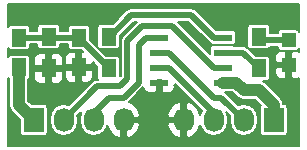
<source format=gtl>
G04 #@! TF.FileFunction,Copper,L1,Top,Signal*
%FSLAX46Y46*%
G04 Gerber Fmt 4.6, Leading zero omitted, Abs format (unit mm)*
G04 Created by KiCad (PCBNEW 4.0.0-1rc2.201511201506+6189~38~ubuntu14.04.1-stable) date zo 29 nov 2015 16:22:11 CET*
%MOMM*%
G01*
G04 APERTURE LIST*
%ADD10C,0.100000*%
%ADD11R,1.550000X0.600000*%
%ADD12R,1.727200X2.032000*%
%ADD13O,1.727200X2.032000*%
%ADD14R,1.250000X1.500000*%
%ADD15R,1.300000X1.500000*%
%ADD16R,1.198880X1.198880*%
%ADD17C,1.016000*%
%ADD18C,0.508000*%
%ADD19C,0.127000*%
G04 APERTURE END LIST*
D10*
D11*
X252255000Y-131445000D03*
X252255000Y-130175000D03*
X252255000Y-128905000D03*
X252255000Y-127635000D03*
X246855000Y-127635000D03*
X246855000Y-128905000D03*
X246855000Y-130175000D03*
X246855000Y-131445000D03*
D12*
X256540000Y-134620000D03*
D13*
X254000000Y-134620000D03*
X251460000Y-134620000D03*
X248920000Y-134620000D03*
D12*
X236220000Y-134620000D03*
D13*
X238760000Y-134620000D03*
X241300000Y-134620000D03*
X243840000Y-134620000D03*
D14*
X240030000Y-130155000D03*
X240030000Y-127655000D03*
X234950000Y-130155000D03*
X234950000Y-127655000D03*
D15*
X242570000Y-130255000D03*
X242570000Y-127555000D03*
X237490000Y-130255000D03*
X237490000Y-127555000D03*
X255270000Y-127555000D03*
X255270000Y-130255000D03*
D16*
X257810000Y-129954020D03*
X257810000Y-127855980D03*
D17*
X236220000Y-134620000D02*
X234950000Y-133350000D01*
X234950000Y-133350000D02*
X234950000Y-130155000D01*
X256540000Y-134620000D02*
X256540000Y-133350000D01*
X253365000Y-131445000D02*
X252255000Y-131445000D01*
X254000000Y-132080000D02*
X253365000Y-131445000D01*
X255270000Y-132080000D02*
X254000000Y-132080000D01*
X256540000Y-133350000D02*
X255270000Y-132080000D01*
D18*
X246855000Y-128905000D02*
X247650000Y-128905000D01*
X252095000Y-132715000D02*
X254000000Y-134620000D01*
X251460000Y-132715000D02*
X252095000Y-132715000D01*
X249555000Y-130810000D02*
X251460000Y-132715000D01*
X248285000Y-129540000D02*
X249555000Y-130810000D01*
X247650000Y-128905000D02*
X248285000Y-129540000D01*
X254000000Y-135255000D02*
X254000000Y-134620000D01*
X246855000Y-130175000D02*
X247650000Y-130175000D01*
X247650000Y-130175000D02*
X251460000Y-133985000D01*
X251460000Y-133985000D02*
X251460000Y-134620000D01*
X251460000Y-130175000D02*
X252255000Y-130175000D01*
X241617500Y-131762500D02*
X238760000Y-134620000D01*
X244157500Y-131127500D02*
X243522500Y-131762500D01*
X244157500Y-127952500D02*
X244157500Y-131127500D01*
X245427500Y-126682500D02*
X244157500Y-127952500D01*
X247967500Y-126682500D02*
X245427500Y-126682500D01*
X251460000Y-130175000D02*
X247967500Y-126682500D01*
X243522500Y-131762500D02*
X241617500Y-131762500D01*
X241300000Y-134620000D02*
X241300000Y-133985000D01*
X241300000Y-133985000D02*
X242570000Y-132715000D01*
X242570000Y-132715000D02*
X243840000Y-132715000D01*
X243840000Y-132715000D02*
X245110000Y-131445000D01*
X246855000Y-127635000D02*
X245745000Y-127635000D01*
X245110000Y-128270000D02*
X245110000Y-131445000D01*
X245745000Y-127635000D02*
X245110000Y-128270000D01*
X242570000Y-127555000D02*
X242650000Y-127555000D01*
X242650000Y-127555000D02*
X244475000Y-125730000D01*
X244475000Y-125730000D02*
X249555000Y-125730000D01*
X249555000Y-125730000D02*
X251460000Y-127635000D01*
X251460000Y-127635000D02*
X252255000Y-127635000D01*
X252255000Y-128905000D02*
X253920000Y-128905000D01*
X253920000Y-128905000D02*
X255270000Y-130255000D01*
X237490000Y-127555000D02*
X237590000Y-127655000D01*
X237590000Y-127655000D02*
X240030000Y-127655000D01*
X234950000Y-127655000D02*
X237390000Y-127655000D01*
X242570000Y-130255000D02*
X240030000Y-127715000D01*
X257810000Y-127855980D02*
X255570980Y-127855980D01*
X255570980Y-127855980D02*
X255270000Y-127555000D01*
X257810000Y-127855980D02*
X257509020Y-127555000D01*
D19*
G36*
X258712500Y-127146742D02*
X258711021Y-127138882D01*
X258641485Y-127030819D01*
X258535385Y-126958325D01*
X258409440Y-126932820D01*
X257210560Y-126932820D01*
X257092902Y-126954959D01*
X256984839Y-127024495D01*
X256912345Y-127130595D01*
X256886840Y-127256540D01*
X256886840Y-127284480D01*
X256243720Y-127284480D01*
X256243720Y-126805000D01*
X256221581Y-126687342D01*
X256152045Y-126579279D01*
X256045945Y-126506785D01*
X255920000Y-126481280D01*
X254620000Y-126481280D01*
X254502342Y-126503419D01*
X254394279Y-126572955D01*
X254321785Y-126679055D01*
X254296280Y-126805000D01*
X254296280Y-128305000D01*
X254318419Y-128422658D01*
X254387955Y-128530721D01*
X254494055Y-128603215D01*
X254620000Y-128628720D01*
X255920000Y-128628720D01*
X256037658Y-128606581D01*
X256145721Y-128537045D01*
X256218215Y-128430945D01*
X256218917Y-128427480D01*
X256886840Y-128427480D01*
X256886840Y-128455420D01*
X256908979Y-128573078D01*
X256978515Y-128681141D01*
X257084615Y-128753635D01*
X257210560Y-128779140D01*
X258409440Y-128779140D01*
X258527098Y-128757001D01*
X258635161Y-128687465D01*
X258707655Y-128581365D01*
X258712500Y-128557440D01*
X258712500Y-128861525D01*
X258523119Y-128783080D01*
X258143375Y-128783080D01*
X258000500Y-128925955D01*
X258000500Y-129763520D01*
X258020500Y-129763520D01*
X258020500Y-130144520D01*
X258000500Y-130144520D01*
X258000500Y-130982085D01*
X258143375Y-131124960D01*
X258523119Y-131124960D01*
X258712500Y-131046515D01*
X258712500Y-136792500D01*
X234047500Y-136792500D01*
X234047500Y-131060081D01*
X234092955Y-131130721D01*
X234124500Y-131152274D01*
X234124500Y-133350000D01*
X234187337Y-133665906D01*
X234366283Y-133933717D01*
X235032680Y-134600113D01*
X235032680Y-135636000D01*
X235054819Y-135753658D01*
X235124355Y-135861721D01*
X235230455Y-135934215D01*
X235356400Y-135959720D01*
X237083600Y-135959720D01*
X237201258Y-135937581D01*
X237309321Y-135868045D01*
X237381815Y-135761945D01*
X237407320Y-135636000D01*
X237407320Y-133604000D01*
X237385181Y-133486342D01*
X237315645Y-133378279D01*
X237209545Y-133305785D01*
X237083600Y-133280280D01*
X236047714Y-133280280D01*
X235775500Y-133008066D01*
X235775500Y-131153274D01*
X235800721Y-131137045D01*
X235873215Y-131030945D01*
X235898720Y-130905000D01*
X235898720Y-130588375D01*
X236268500Y-130588375D01*
X236268500Y-131118678D01*
X236355506Y-131328728D01*
X236516271Y-131489494D01*
X236726321Y-131576500D01*
X237156625Y-131576500D01*
X237299500Y-131433625D01*
X237299500Y-130445500D01*
X237680500Y-130445500D01*
X237680500Y-131433625D01*
X237823375Y-131576500D01*
X238253679Y-131576500D01*
X238463729Y-131489494D01*
X238624494Y-131328728D01*
X238711500Y-131118678D01*
X238711500Y-130588375D01*
X238611500Y-130488375D01*
X238833500Y-130488375D01*
X238833500Y-131018678D01*
X238920506Y-131228728D01*
X239081271Y-131389494D01*
X239291321Y-131476500D01*
X239696625Y-131476500D01*
X239839500Y-131333625D01*
X239839500Y-130345500D01*
X240220500Y-130345500D01*
X240220500Y-131333625D01*
X240363375Y-131476500D01*
X240768679Y-131476500D01*
X240978729Y-131389494D01*
X241139494Y-131228728D01*
X241226500Y-131018678D01*
X241226500Y-130488375D01*
X241083625Y-130345500D01*
X240220500Y-130345500D01*
X239839500Y-130345500D01*
X238976375Y-130345500D01*
X238833500Y-130488375D01*
X238611500Y-130488375D01*
X238568625Y-130445500D01*
X237680500Y-130445500D01*
X237299500Y-130445500D01*
X236411375Y-130445500D01*
X236268500Y-130588375D01*
X235898720Y-130588375D01*
X235898720Y-129405000D01*
X235896147Y-129391322D01*
X236268500Y-129391322D01*
X236268500Y-129921625D01*
X236411375Y-130064500D01*
X237299500Y-130064500D01*
X237299500Y-129076375D01*
X237680500Y-129076375D01*
X237680500Y-130064500D01*
X238568625Y-130064500D01*
X238711500Y-129921625D01*
X238711500Y-129391322D01*
X238670079Y-129291322D01*
X238833500Y-129291322D01*
X238833500Y-129821625D01*
X238976375Y-129964500D01*
X239839500Y-129964500D01*
X239839500Y-128976375D01*
X239696625Y-128833500D01*
X239291321Y-128833500D01*
X239081271Y-128920506D01*
X238920506Y-129081272D01*
X238833500Y-129291322D01*
X238670079Y-129291322D01*
X238624494Y-129181272D01*
X238463729Y-129020506D01*
X238253679Y-128933500D01*
X237823375Y-128933500D01*
X237680500Y-129076375D01*
X237299500Y-129076375D01*
X237156625Y-128933500D01*
X236726321Y-128933500D01*
X236516271Y-129020506D01*
X236355506Y-129181272D01*
X236268500Y-129391322D01*
X235896147Y-129391322D01*
X235876581Y-129287342D01*
X235807045Y-129179279D01*
X235700945Y-129106785D01*
X235575000Y-129081280D01*
X234325000Y-129081280D01*
X234207342Y-129103419D01*
X234099279Y-129172955D01*
X234047500Y-129248737D01*
X234047500Y-128560081D01*
X234092955Y-128630721D01*
X234199055Y-128703215D01*
X234325000Y-128728720D01*
X235575000Y-128728720D01*
X235692658Y-128706581D01*
X235800721Y-128637045D01*
X235873215Y-128530945D01*
X235898720Y-128405000D01*
X235898720Y-128226500D01*
X236516280Y-128226500D01*
X236516280Y-128305000D01*
X236538419Y-128422658D01*
X236607955Y-128530721D01*
X236714055Y-128603215D01*
X236840000Y-128628720D01*
X238140000Y-128628720D01*
X238257658Y-128606581D01*
X238365721Y-128537045D01*
X238438215Y-128430945D01*
X238463720Y-128305000D01*
X238463720Y-128226500D01*
X239081280Y-128226500D01*
X239081280Y-128405000D01*
X239103419Y-128522658D01*
X239172955Y-128630721D01*
X239279055Y-128703215D01*
X239405000Y-128728720D01*
X240235496Y-128728720D01*
X240351826Y-128845049D01*
X240220500Y-128976375D01*
X240220500Y-129964500D01*
X241083625Y-129964500D01*
X241226500Y-129821625D01*
X241226500Y-129719723D01*
X241596280Y-130089503D01*
X241596280Y-131005000D01*
X241618419Y-131122658D01*
X241662395Y-131191000D01*
X241617500Y-131191000D01*
X241398796Y-131234503D01*
X241213388Y-131358388D01*
X241213386Y-131358391D01*
X239217687Y-133354089D01*
X239211987Y-133350281D01*
X238760000Y-133260375D01*
X238308013Y-133350281D01*
X237924836Y-133606311D01*
X237668806Y-133989488D01*
X237578900Y-134441475D01*
X237578900Y-134798525D01*
X237668806Y-135250512D01*
X237924836Y-135633689D01*
X238308013Y-135889719D01*
X238760000Y-135979625D01*
X239211987Y-135889719D01*
X239595164Y-135633689D01*
X239851194Y-135250512D01*
X239941100Y-134798525D01*
X239941100Y-134441475D01*
X239908855Y-134279369D01*
X240229084Y-133959139D01*
X240208806Y-133989488D01*
X240118900Y-134441475D01*
X240118900Y-134798525D01*
X240208806Y-135250512D01*
X240464836Y-135633689D01*
X240848013Y-135889719D01*
X241300000Y-135979625D01*
X241751987Y-135889719D01*
X242135164Y-135633689D01*
X242391194Y-135250512D01*
X242433167Y-135039498D01*
X242638438Y-135553403D01*
X243028778Y-135953771D01*
X243429333Y-136147487D01*
X243649500Y-136050506D01*
X243649500Y-134810500D01*
X244030500Y-134810500D01*
X244030500Y-136050506D01*
X244250667Y-136147487D01*
X244651222Y-135953771D01*
X245041562Y-135553403D01*
X245248975Y-135034135D01*
X247511025Y-135034135D01*
X247718438Y-135553403D01*
X248108778Y-135953771D01*
X248509333Y-136147487D01*
X248729500Y-136050506D01*
X248729500Y-134810500D01*
X247630303Y-134810500D01*
X247511025Y-135034135D01*
X245248975Y-135034135D01*
X245129697Y-134810500D01*
X244030500Y-134810500D01*
X243649500Y-134810500D01*
X243629500Y-134810500D01*
X243629500Y-134429500D01*
X243649500Y-134429500D01*
X243649500Y-134409500D01*
X244030500Y-134409500D01*
X244030500Y-134429500D01*
X245129697Y-134429500D01*
X245248975Y-134205865D01*
X247511025Y-134205865D01*
X247630303Y-134429500D01*
X248729500Y-134429500D01*
X248729500Y-133189494D01*
X248509333Y-133092513D01*
X248108778Y-133286229D01*
X247718438Y-133686597D01*
X247511025Y-134205865D01*
X245248975Y-134205865D01*
X245041562Y-133686597D01*
X244651222Y-133286229D01*
X244264177Y-133099047D01*
X245508500Y-131854723D01*
X245508500Y-131858679D01*
X245595506Y-132068729D01*
X245756272Y-132229494D01*
X245966322Y-132316500D01*
X246521625Y-132316500D01*
X246664500Y-132173625D01*
X246664500Y-131595000D01*
X246644500Y-131595000D01*
X246644500Y-131295000D01*
X246664500Y-131295000D01*
X246664500Y-131234500D01*
X247045500Y-131234500D01*
X247045500Y-131295000D01*
X247065500Y-131295000D01*
X247065500Y-131595000D01*
X247045500Y-131595000D01*
X247045500Y-132173625D01*
X247188375Y-132316500D01*
X247743678Y-132316500D01*
X247953728Y-132229494D01*
X248114494Y-132068729D01*
X248201500Y-131858679D01*
X248201500Y-131737875D01*
X248099127Y-131635502D01*
X248201500Y-131635502D01*
X248201500Y-131534724D01*
X250483946Y-133817169D01*
X250368806Y-133989488D01*
X250326833Y-134200502D01*
X250121562Y-133686597D01*
X249731222Y-133286229D01*
X249330667Y-133092513D01*
X249110500Y-133189494D01*
X249110500Y-134429500D01*
X249130500Y-134429500D01*
X249130500Y-134810500D01*
X249110500Y-134810500D01*
X249110500Y-136050506D01*
X249330667Y-136147487D01*
X249731222Y-135953771D01*
X250121562Y-135553403D01*
X250326833Y-135039498D01*
X250368806Y-135250512D01*
X250624836Y-135633689D01*
X251008013Y-135889719D01*
X251460000Y-135979625D01*
X251911987Y-135889719D01*
X252295164Y-135633689D01*
X252551194Y-135250512D01*
X252641100Y-134798525D01*
X252641100Y-134441475D01*
X252551194Y-133989488D01*
X252530916Y-133959139D01*
X252851145Y-134279368D01*
X252818900Y-134441475D01*
X252818900Y-134798525D01*
X252908806Y-135250512D01*
X253164836Y-135633689D01*
X253548013Y-135889719D01*
X254000000Y-135979625D01*
X254451987Y-135889719D01*
X254835164Y-135633689D01*
X255091194Y-135250512D01*
X255181100Y-134798525D01*
X255181100Y-134441475D01*
X255091194Y-133989488D01*
X254835164Y-133606311D01*
X254451987Y-133350281D01*
X254000000Y-133260375D01*
X253548013Y-133350281D01*
X253542313Y-133354090D01*
X252499112Y-132310888D01*
X252438667Y-132270500D01*
X253023066Y-132270500D01*
X253416281Y-132663714D01*
X253416283Y-132663717D01*
X253684095Y-132842663D01*
X254000000Y-132905501D01*
X254000005Y-132905500D01*
X254928066Y-132905500D01*
X255427884Y-133405317D01*
X255378185Y-133478055D01*
X255352680Y-133604000D01*
X255352680Y-135636000D01*
X255374819Y-135753658D01*
X255444355Y-135861721D01*
X255550455Y-135934215D01*
X255676400Y-135959720D01*
X257403600Y-135959720D01*
X257521258Y-135937581D01*
X257629321Y-135868045D01*
X257701815Y-135761945D01*
X257727320Y-135636000D01*
X257727320Y-133604000D01*
X257705181Y-133486342D01*
X257635645Y-133378279D01*
X257529545Y-133305785D01*
X257403600Y-133280280D01*
X257351632Y-133280280D01*
X257302663Y-133034095D01*
X257302663Y-133034094D01*
X257174752Y-132842663D01*
X257123717Y-132766283D01*
X257123714Y-132766281D01*
X255853717Y-131496283D01*
X255602942Y-131328720D01*
X255920000Y-131328720D01*
X256037658Y-131306581D01*
X256145721Y-131237045D01*
X256218215Y-131130945D01*
X256243720Y-131005000D01*
X256243720Y-130287395D01*
X256639060Y-130287395D01*
X256639060Y-130667138D01*
X256726066Y-130877188D01*
X256886831Y-131037954D01*
X257096881Y-131124960D01*
X257476625Y-131124960D01*
X257619500Y-130982085D01*
X257619500Y-130144520D01*
X256781935Y-130144520D01*
X256639060Y-130287395D01*
X256243720Y-130287395D01*
X256243720Y-129505000D01*
X256221581Y-129387342D01*
X256152045Y-129279279D01*
X256095878Y-129240902D01*
X256639060Y-129240902D01*
X256639060Y-129620645D01*
X256781935Y-129763520D01*
X257619500Y-129763520D01*
X257619500Y-128925955D01*
X257476625Y-128783080D01*
X257096881Y-128783080D01*
X256886831Y-128870086D01*
X256726066Y-129030852D01*
X256639060Y-129240902D01*
X256095878Y-129240902D01*
X256045945Y-129206785D01*
X255920000Y-129181280D01*
X255004503Y-129181280D01*
X254324112Y-128500888D01*
X254303839Y-128487342D01*
X254138704Y-128377003D01*
X254102418Y-128369785D01*
X253920000Y-128333499D01*
X253919995Y-128333500D01*
X253195044Y-128333500D01*
X253155945Y-128306785D01*
X253030000Y-128281280D01*
X251480000Y-128281280D01*
X251362342Y-128303419D01*
X251254279Y-128372955D01*
X251181785Y-128479055D01*
X251156280Y-128605000D01*
X251156280Y-129063057D01*
X248394724Y-126301500D01*
X249318276Y-126301500D01*
X251055886Y-128039109D01*
X251055888Y-128039112D01*
X251241296Y-128162997D01*
X251255389Y-128165800D01*
X251354055Y-128233215D01*
X251480000Y-128258720D01*
X253030000Y-128258720D01*
X253147658Y-128236581D01*
X253255721Y-128167045D01*
X253328215Y-128060945D01*
X253353720Y-127935000D01*
X253353720Y-127335000D01*
X253331581Y-127217342D01*
X253262045Y-127109279D01*
X253155945Y-127036785D01*
X253030000Y-127011280D01*
X251644503Y-127011280D01*
X249959112Y-125325888D01*
X249773704Y-125202003D01*
X249737418Y-125194785D01*
X249555000Y-125158499D01*
X249554995Y-125158500D01*
X244475005Y-125158500D01*
X244475000Y-125158499D01*
X244256297Y-125202002D01*
X244256295Y-125202003D01*
X244256296Y-125202003D01*
X244070888Y-125325888D01*
X244070886Y-125325891D01*
X242915496Y-126481280D01*
X241920000Y-126481280D01*
X241802342Y-126503419D01*
X241694279Y-126572955D01*
X241621785Y-126679055D01*
X241596280Y-126805000D01*
X241596280Y-128305000D01*
X241618419Y-128422658D01*
X241687955Y-128530721D01*
X241794055Y-128603215D01*
X241920000Y-128628720D01*
X243220000Y-128628720D01*
X243337658Y-128606581D01*
X243445721Y-128537045D01*
X243518215Y-128430945D01*
X243543720Y-128305000D01*
X243543720Y-127469504D01*
X244711723Y-126301500D01*
X245000277Y-126301500D01*
X243753388Y-127548388D01*
X243629503Y-127733796D01*
X243629503Y-127733797D01*
X243585999Y-127952500D01*
X243586000Y-127952505D01*
X243586000Y-130890777D01*
X243543720Y-130933057D01*
X243543720Y-129505000D01*
X243521581Y-129387342D01*
X243452045Y-129279279D01*
X243345945Y-129206785D01*
X243220000Y-129181280D01*
X242304503Y-129181280D01*
X240978720Y-127855496D01*
X240978720Y-126905000D01*
X240956581Y-126787342D01*
X240887045Y-126679279D01*
X240780945Y-126606785D01*
X240655000Y-126581280D01*
X239405000Y-126581280D01*
X239287342Y-126603419D01*
X239179279Y-126672955D01*
X239106785Y-126779055D01*
X239081280Y-126905000D01*
X239081280Y-127083500D01*
X238463720Y-127083500D01*
X238463720Y-126805000D01*
X238441581Y-126687342D01*
X238372045Y-126579279D01*
X238265945Y-126506785D01*
X238140000Y-126481280D01*
X236840000Y-126481280D01*
X236722342Y-126503419D01*
X236614279Y-126572955D01*
X236541785Y-126679055D01*
X236516280Y-126805000D01*
X236516280Y-127083500D01*
X235898720Y-127083500D01*
X235898720Y-126905000D01*
X235876581Y-126787342D01*
X235807045Y-126679279D01*
X235700945Y-126606785D01*
X235575000Y-126581280D01*
X234325000Y-126581280D01*
X234207342Y-126603419D01*
X234099279Y-126672955D01*
X234047500Y-126748737D01*
X234047500Y-124827500D01*
X258712500Y-124827500D01*
X258712500Y-127146742D01*
X258712500Y-127146742D01*
G37*
X258712500Y-127146742D02*
X258711021Y-127138882D01*
X258641485Y-127030819D01*
X258535385Y-126958325D01*
X258409440Y-126932820D01*
X257210560Y-126932820D01*
X257092902Y-126954959D01*
X256984839Y-127024495D01*
X256912345Y-127130595D01*
X256886840Y-127256540D01*
X256886840Y-127284480D01*
X256243720Y-127284480D01*
X256243720Y-126805000D01*
X256221581Y-126687342D01*
X256152045Y-126579279D01*
X256045945Y-126506785D01*
X255920000Y-126481280D01*
X254620000Y-126481280D01*
X254502342Y-126503419D01*
X254394279Y-126572955D01*
X254321785Y-126679055D01*
X254296280Y-126805000D01*
X254296280Y-128305000D01*
X254318419Y-128422658D01*
X254387955Y-128530721D01*
X254494055Y-128603215D01*
X254620000Y-128628720D01*
X255920000Y-128628720D01*
X256037658Y-128606581D01*
X256145721Y-128537045D01*
X256218215Y-128430945D01*
X256218917Y-128427480D01*
X256886840Y-128427480D01*
X256886840Y-128455420D01*
X256908979Y-128573078D01*
X256978515Y-128681141D01*
X257084615Y-128753635D01*
X257210560Y-128779140D01*
X258409440Y-128779140D01*
X258527098Y-128757001D01*
X258635161Y-128687465D01*
X258707655Y-128581365D01*
X258712500Y-128557440D01*
X258712500Y-128861525D01*
X258523119Y-128783080D01*
X258143375Y-128783080D01*
X258000500Y-128925955D01*
X258000500Y-129763520D01*
X258020500Y-129763520D01*
X258020500Y-130144520D01*
X258000500Y-130144520D01*
X258000500Y-130982085D01*
X258143375Y-131124960D01*
X258523119Y-131124960D01*
X258712500Y-131046515D01*
X258712500Y-136792500D01*
X234047500Y-136792500D01*
X234047500Y-131060081D01*
X234092955Y-131130721D01*
X234124500Y-131152274D01*
X234124500Y-133350000D01*
X234187337Y-133665906D01*
X234366283Y-133933717D01*
X235032680Y-134600113D01*
X235032680Y-135636000D01*
X235054819Y-135753658D01*
X235124355Y-135861721D01*
X235230455Y-135934215D01*
X235356400Y-135959720D01*
X237083600Y-135959720D01*
X237201258Y-135937581D01*
X237309321Y-135868045D01*
X237381815Y-135761945D01*
X237407320Y-135636000D01*
X237407320Y-133604000D01*
X237385181Y-133486342D01*
X237315645Y-133378279D01*
X237209545Y-133305785D01*
X237083600Y-133280280D01*
X236047714Y-133280280D01*
X235775500Y-133008066D01*
X235775500Y-131153274D01*
X235800721Y-131137045D01*
X235873215Y-131030945D01*
X235898720Y-130905000D01*
X235898720Y-130588375D01*
X236268500Y-130588375D01*
X236268500Y-131118678D01*
X236355506Y-131328728D01*
X236516271Y-131489494D01*
X236726321Y-131576500D01*
X237156625Y-131576500D01*
X237299500Y-131433625D01*
X237299500Y-130445500D01*
X237680500Y-130445500D01*
X237680500Y-131433625D01*
X237823375Y-131576500D01*
X238253679Y-131576500D01*
X238463729Y-131489494D01*
X238624494Y-131328728D01*
X238711500Y-131118678D01*
X238711500Y-130588375D01*
X238611500Y-130488375D01*
X238833500Y-130488375D01*
X238833500Y-131018678D01*
X238920506Y-131228728D01*
X239081271Y-131389494D01*
X239291321Y-131476500D01*
X239696625Y-131476500D01*
X239839500Y-131333625D01*
X239839500Y-130345500D01*
X240220500Y-130345500D01*
X240220500Y-131333625D01*
X240363375Y-131476500D01*
X240768679Y-131476500D01*
X240978729Y-131389494D01*
X241139494Y-131228728D01*
X241226500Y-131018678D01*
X241226500Y-130488375D01*
X241083625Y-130345500D01*
X240220500Y-130345500D01*
X239839500Y-130345500D01*
X238976375Y-130345500D01*
X238833500Y-130488375D01*
X238611500Y-130488375D01*
X238568625Y-130445500D01*
X237680500Y-130445500D01*
X237299500Y-130445500D01*
X236411375Y-130445500D01*
X236268500Y-130588375D01*
X235898720Y-130588375D01*
X235898720Y-129405000D01*
X235896147Y-129391322D01*
X236268500Y-129391322D01*
X236268500Y-129921625D01*
X236411375Y-130064500D01*
X237299500Y-130064500D01*
X237299500Y-129076375D01*
X237680500Y-129076375D01*
X237680500Y-130064500D01*
X238568625Y-130064500D01*
X238711500Y-129921625D01*
X238711500Y-129391322D01*
X238670079Y-129291322D01*
X238833500Y-129291322D01*
X238833500Y-129821625D01*
X238976375Y-129964500D01*
X239839500Y-129964500D01*
X239839500Y-128976375D01*
X239696625Y-128833500D01*
X239291321Y-128833500D01*
X239081271Y-128920506D01*
X238920506Y-129081272D01*
X238833500Y-129291322D01*
X238670079Y-129291322D01*
X238624494Y-129181272D01*
X238463729Y-129020506D01*
X238253679Y-128933500D01*
X237823375Y-128933500D01*
X237680500Y-129076375D01*
X237299500Y-129076375D01*
X237156625Y-128933500D01*
X236726321Y-128933500D01*
X236516271Y-129020506D01*
X236355506Y-129181272D01*
X236268500Y-129391322D01*
X235896147Y-129391322D01*
X235876581Y-129287342D01*
X235807045Y-129179279D01*
X235700945Y-129106785D01*
X235575000Y-129081280D01*
X234325000Y-129081280D01*
X234207342Y-129103419D01*
X234099279Y-129172955D01*
X234047500Y-129248737D01*
X234047500Y-128560081D01*
X234092955Y-128630721D01*
X234199055Y-128703215D01*
X234325000Y-128728720D01*
X235575000Y-128728720D01*
X235692658Y-128706581D01*
X235800721Y-128637045D01*
X235873215Y-128530945D01*
X235898720Y-128405000D01*
X235898720Y-128226500D01*
X236516280Y-128226500D01*
X236516280Y-128305000D01*
X236538419Y-128422658D01*
X236607955Y-128530721D01*
X236714055Y-128603215D01*
X236840000Y-128628720D01*
X238140000Y-128628720D01*
X238257658Y-128606581D01*
X238365721Y-128537045D01*
X238438215Y-128430945D01*
X238463720Y-128305000D01*
X238463720Y-128226500D01*
X239081280Y-128226500D01*
X239081280Y-128405000D01*
X239103419Y-128522658D01*
X239172955Y-128630721D01*
X239279055Y-128703215D01*
X239405000Y-128728720D01*
X240235496Y-128728720D01*
X240351826Y-128845049D01*
X240220500Y-128976375D01*
X240220500Y-129964500D01*
X241083625Y-129964500D01*
X241226500Y-129821625D01*
X241226500Y-129719723D01*
X241596280Y-130089503D01*
X241596280Y-131005000D01*
X241618419Y-131122658D01*
X241662395Y-131191000D01*
X241617500Y-131191000D01*
X241398796Y-131234503D01*
X241213388Y-131358388D01*
X241213386Y-131358391D01*
X239217687Y-133354089D01*
X239211987Y-133350281D01*
X238760000Y-133260375D01*
X238308013Y-133350281D01*
X237924836Y-133606311D01*
X237668806Y-133989488D01*
X237578900Y-134441475D01*
X237578900Y-134798525D01*
X237668806Y-135250512D01*
X237924836Y-135633689D01*
X238308013Y-135889719D01*
X238760000Y-135979625D01*
X239211987Y-135889719D01*
X239595164Y-135633689D01*
X239851194Y-135250512D01*
X239941100Y-134798525D01*
X239941100Y-134441475D01*
X239908855Y-134279369D01*
X240229084Y-133959139D01*
X240208806Y-133989488D01*
X240118900Y-134441475D01*
X240118900Y-134798525D01*
X240208806Y-135250512D01*
X240464836Y-135633689D01*
X240848013Y-135889719D01*
X241300000Y-135979625D01*
X241751987Y-135889719D01*
X242135164Y-135633689D01*
X242391194Y-135250512D01*
X242433167Y-135039498D01*
X242638438Y-135553403D01*
X243028778Y-135953771D01*
X243429333Y-136147487D01*
X243649500Y-136050506D01*
X243649500Y-134810500D01*
X244030500Y-134810500D01*
X244030500Y-136050506D01*
X244250667Y-136147487D01*
X244651222Y-135953771D01*
X245041562Y-135553403D01*
X245248975Y-135034135D01*
X247511025Y-135034135D01*
X247718438Y-135553403D01*
X248108778Y-135953771D01*
X248509333Y-136147487D01*
X248729500Y-136050506D01*
X248729500Y-134810500D01*
X247630303Y-134810500D01*
X247511025Y-135034135D01*
X245248975Y-135034135D01*
X245129697Y-134810500D01*
X244030500Y-134810500D01*
X243649500Y-134810500D01*
X243629500Y-134810500D01*
X243629500Y-134429500D01*
X243649500Y-134429500D01*
X243649500Y-134409500D01*
X244030500Y-134409500D01*
X244030500Y-134429500D01*
X245129697Y-134429500D01*
X245248975Y-134205865D01*
X247511025Y-134205865D01*
X247630303Y-134429500D01*
X248729500Y-134429500D01*
X248729500Y-133189494D01*
X248509333Y-133092513D01*
X248108778Y-133286229D01*
X247718438Y-133686597D01*
X247511025Y-134205865D01*
X245248975Y-134205865D01*
X245041562Y-133686597D01*
X244651222Y-133286229D01*
X244264177Y-133099047D01*
X245508500Y-131854723D01*
X245508500Y-131858679D01*
X245595506Y-132068729D01*
X245756272Y-132229494D01*
X245966322Y-132316500D01*
X246521625Y-132316500D01*
X246664500Y-132173625D01*
X246664500Y-131595000D01*
X246644500Y-131595000D01*
X246644500Y-131295000D01*
X246664500Y-131295000D01*
X246664500Y-131234500D01*
X247045500Y-131234500D01*
X247045500Y-131295000D01*
X247065500Y-131295000D01*
X247065500Y-131595000D01*
X247045500Y-131595000D01*
X247045500Y-132173625D01*
X247188375Y-132316500D01*
X247743678Y-132316500D01*
X247953728Y-132229494D01*
X248114494Y-132068729D01*
X248201500Y-131858679D01*
X248201500Y-131737875D01*
X248099127Y-131635502D01*
X248201500Y-131635502D01*
X248201500Y-131534724D01*
X250483946Y-133817169D01*
X250368806Y-133989488D01*
X250326833Y-134200502D01*
X250121562Y-133686597D01*
X249731222Y-133286229D01*
X249330667Y-133092513D01*
X249110500Y-133189494D01*
X249110500Y-134429500D01*
X249130500Y-134429500D01*
X249130500Y-134810500D01*
X249110500Y-134810500D01*
X249110500Y-136050506D01*
X249330667Y-136147487D01*
X249731222Y-135953771D01*
X250121562Y-135553403D01*
X250326833Y-135039498D01*
X250368806Y-135250512D01*
X250624836Y-135633689D01*
X251008013Y-135889719D01*
X251460000Y-135979625D01*
X251911987Y-135889719D01*
X252295164Y-135633689D01*
X252551194Y-135250512D01*
X252641100Y-134798525D01*
X252641100Y-134441475D01*
X252551194Y-133989488D01*
X252530916Y-133959139D01*
X252851145Y-134279368D01*
X252818900Y-134441475D01*
X252818900Y-134798525D01*
X252908806Y-135250512D01*
X253164836Y-135633689D01*
X253548013Y-135889719D01*
X254000000Y-135979625D01*
X254451987Y-135889719D01*
X254835164Y-135633689D01*
X255091194Y-135250512D01*
X255181100Y-134798525D01*
X255181100Y-134441475D01*
X255091194Y-133989488D01*
X254835164Y-133606311D01*
X254451987Y-133350281D01*
X254000000Y-133260375D01*
X253548013Y-133350281D01*
X253542313Y-133354090D01*
X252499112Y-132310888D01*
X252438667Y-132270500D01*
X253023066Y-132270500D01*
X253416281Y-132663714D01*
X253416283Y-132663717D01*
X253684095Y-132842663D01*
X254000000Y-132905501D01*
X254000005Y-132905500D01*
X254928066Y-132905500D01*
X255427884Y-133405317D01*
X255378185Y-133478055D01*
X255352680Y-133604000D01*
X255352680Y-135636000D01*
X255374819Y-135753658D01*
X255444355Y-135861721D01*
X255550455Y-135934215D01*
X255676400Y-135959720D01*
X257403600Y-135959720D01*
X257521258Y-135937581D01*
X257629321Y-135868045D01*
X257701815Y-135761945D01*
X257727320Y-135636000D01*
X257727320Y-133604000D01*
X257705181Y-133486342D01*
X257635645Y-133378279D01*
X257529545Y-133305785D01*
X257403600Y-133280280D01*
X257351632Y-133280280D01*
X257302663Y-133034095D01*
X257302663Y-133034094D01*
X257174752Y-132842663D01*
X257123717Y-132766283D01*
X257123714Y-132766281D01*
X255853717Y-131496283D01*
X255602942Y-131328720D01*
X255920000Y-131328720D01*
X256037658Y-131306581D01*
X256145721Y-131237045D01*
X256218215Y-131130945D01*
X256243720Y-131005000D01*
X256243720Y-130287395D01*
X256639060Y-130287395D01*
X256639060Y-130667138D01*
X256726066Y-130877188D01*
X256886831Y-131037954D01*
X257096881Y-131124960D01*
X257476625Y-131124960D01*
X257619500Y-130982085D01*
X257619500Y-130144520D01*
X256781935Y-130144520D01*
X256639060Y-130287395D01*
X256243720Y-130287395D01*
X256243720Y-129505000D01*
X256221581Y-129387342D01*
X256152045Y-129279279D01*
X256095878Y-129240902D01*
X256639060Y-129240902D01*
X256639060Y-129620645D01*
X256781935Y-129763520D01*
X257619500Y-129763520D01*
X257619500Y-128925955D01*
X257476625Y-128783080D01*
X257096881Y-128783080D01*
X256886831Y-128870086D01*
X256726066Y-129030852D01*
X256639060Y-129240902D01*
X256095878Y-129240902D01*
X256045945Y-129206785D01*
X255920000Y-129181280D01*
X255004503Y-129181280D01*
X254324112Y-128500888D01*
X254303839Y-128487342D01*
X254138704Y-128377003D01*
X254102418Y-128369785D01*
X253920000Y-128333499D01*
X253919995Y-128333500D01*
X253195044Y-128333500D01*
X253155945Y-128306785D01*
X253030000Y-128281280D01*
X251480000Y-128281280D01*
X251362342Y-128303419D01*
X251254279Y-128372955D01*
X251181785Y-128479055D01*
X251156280Y-128605000D01*
X251156280Y-129063057D01*
X248394724Y-126301500D01*
X249318276Y-126301500D01*
X251055886Y-128039109D01*
X251055888Y-128039112D01*
X251241296Y-128162997D01*
X251255389Y-128165800D01*
X251354055Y-128233215D01*
X251480000Y-128258720D01*
X253030000Y-128258720D01*
X253147658Y-128236581D01*
X253255721Y-128167045D01*
X253328215Y-128060945D01*
X253353720Y-127935000D01*
X253353720Y-127335000D01*
X253331581Y-127217342D01*
X253262045Y-127109279D01*
X253155945Y-127036785D01*
X253030000Y-127011280D01*
X251644503Y-127011280D01*
X249959112Y-125325888D01*
X249773704Y-125202003D01*
X249737418Y-125194785D01*
X249555000Y-125158499D01*
X249554995Y-125158500D01*
X244475005Y-125158500D01*
X244475000Y-125158499D01*
X244256297Y-125202002D01*
X244256295Y-125202003D01*
X244256296Y-125202003D01*
X244070888Y-125325888D01*
X244070886Y-125325891D01*
X242915496Y-126481280D01*
X241920000Y-126481280D01*
X241802342Y-126503419D01*
X241694279Y-126572955D01*
X241621785Y-126679055D01*
X241596280Y-126805000D01*
X241596280Y-128305000D01*
X241618419Y-128422658D01*
X241687955Y-128530721D01*
X241794055Y-128603215D01*
X241920000Y-128628720D01*
X243220000Y-128628720D01*
X243337658Y-128606581D01*
X243445721Y-128537045D01*
X243518215Y-128430945D01*
X243543720Y-128305000D01*
X243543720Y-127469504D01*
X244711723Y-126301500D01*
X245000277Y-126301500D01*
X243753388Y-127548388D01*
X243629503Y-127733796D01*
X243629503Y-127733797D01*
X243585999Y-127952500D01*
X243586000Y-127952505D01*
X243586000Y-130890777D01*
X243543720Y-130933057D01*
X243543720Y-129505000D01*
X243521581Y-129387342D01*
X243452045Y-129279279D01*
X243345945Y-129206785D01*
X243220000Y-129181280D01*
X242304503Y-129181280D01*
X240978720Y-127855496D01*
X240978720Y-126905000D01*
X240956581Y-126787342D01*
X240887045Y-126679279D01*
X240780945Y-126606785D01*
X240655000Y-126581280D01*
X239405000Y-126581280D01*
X239287342Y-126603419D01*
X239179279Y-126672955D01*
X239106785Y-126779055D01*
X239081280Y-126905000D01*
X239081280Y-127083500D01*
X238463720Y-127083500D01*
X238463720Y-126805000D01*
X238441581Y-126687342D01*
X238372045Y-126579279D01*
X238265945Y-126506785D01*
X238140000Y-126481280D01*
X236840000Y-126481280D01*
X236722342Y-126503419D01*
X236614279Y-126572955D01*
X236541785Y-126679055D01*
X236516280Y-126805000D01*
X236516280Y-127083500D01*
X235898720Y-127083500D01*
X235898720Y-126905000D01*
X235876581Y-126787342D01*
X235807045Y-126679279D01*
X235700945Y-126606785D01*
X235575000Y-126581280D01*
X234325000Y-126581280D01*
X234207342Y-126603419D01*
X234099279Y-126672955D01*
X234047500Y-126748737D01*
X234047500Y-124827500D01*
X258712500Y-124827500D01*
X258712500Y-127146742D01*
M02*

</source>
